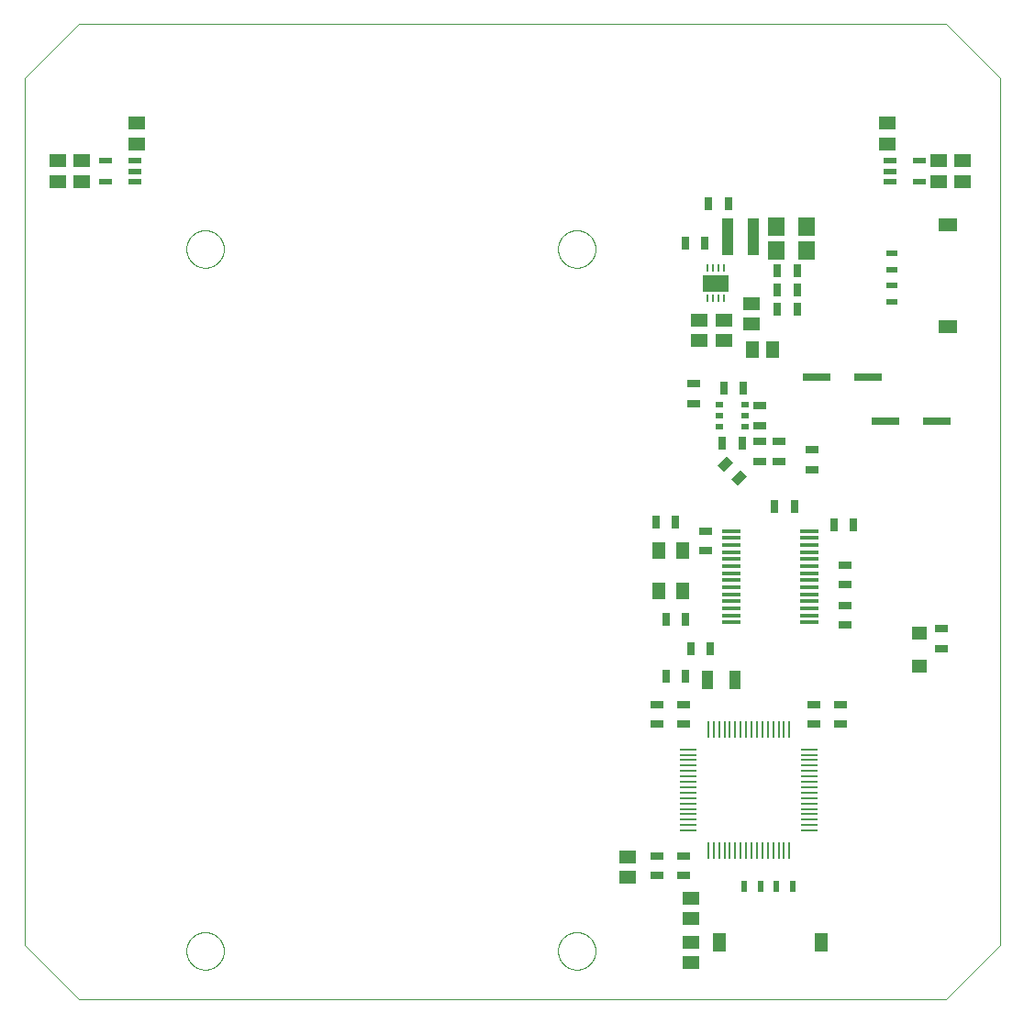
<source format=gtp>
G75*
%MOIN*%
%OFA0B0*%
%FSLAX25Y25*%
%IPPOS*%
%LPD*%
%AMOC8*
5,1,8,0,0,1.08239X$1,22.5*
%
%ADD10C,0.00000*%
%ADD11R,0.06102X0.00984*%
%ADD12R,0.00984X0.06102*%
%ADD13R,0.06890X0.01575*%
%ADD14R,0.03937X0.07087*%
%ADD15R,0.04724X0.03150*%
%ADD16R,0.03150X0.04724*%
%ADD17R,0.04921X0.06299*%
%ADD18R,0.00984X0.03937*%
%ADD19R,0.03937X0.00984*%
%ADD20R,0.04724X0.02362*%
%ADD21R,0.05906X0.05118*%
%ADD22R,0.02362X0.03937*%
%ADD23R,0.04921X0.07087*%
%ADD24R,0.03937X0.02362*%
%ADD25R,0.07087X0.04921*%
%ADD26R,0.09370X0.06496*%
%ADD27R,0.00984X0.02756*%
%ADD28R,0.03858X0.13386*%
%ADD29R,0.05118X0.05906*%
%ADD30R,0.06299X0.07087*%
%ADD31R,0.02756X0.02000*%
%ADD32R,0.10236X0.03150*%
%ADD33R,0.05512X0.04724*%
D10*
X0020685Y0001812D02*
X0335646Y0001812D01*
X0355331Y0021497D01*
X0355331Y0336458D01*
X0335646Y0356143D01*
X0020685Y0356143D01*
X0001000Y0336458D01*
X0001000Y0021497D01*
X0020685Y0001812D01*
X0059855Y0019497D02*
X0059857Y0019664D01*
X0059863Y0019830D01*
X0059873Y0019997D01*
X0059888Y0020163D01*
X0059906Y0020328D01*
X0059929Y0020493D01*
X0059955Y0020658D01*
X0059985Y0020822D01*
X0060020Y0020985D01*
X0060059Y0021147D01*
X0060101Y0021308D01*
X0060147Y0021468D01*
X0060198Y0021627D01*
X0060252Y0021785D01*
X0060310Y0021941D01*
X0060372Y0022096D01*
X0060438Y0022249D01*
X0060507Y0022401D01*
X0060580Y0022550D01*
X0060657Y0022698D01*
X0060737Y0022844D01*
X0060821Y0022988D01*
X0060909Y0023130D01*
X0060999Y0023270D01*
X0061094Y0023407D01*
X0061191Y0023542D01*
X0061292Y0023675D01*
X0061396Y0023805D01*
X0061504Y0023933D01*
X0061614Y0024058D01*
X0061728Y0024180D01*
X0061844Y0024299D01*
X0061963Y0024415D01*
X0062085Y0024529D01*
X0062210Y0024639D01*
X0062338Y0024747D01*
X0062468Y0024851D01*
X0062601Y0024952D01*
X0062736Y0025049D01*
X0062873Y0025144D01*
X0063013Y0025234D01*
X0063155Y0025322D01*
X0063299Y0025406D01*
X0063445Y0025486D01*
X0063593Y0025563D01*
X0063742Y0025636D01*
X0063894Y0025705D01*
X0064047Y0025771D01*
X0064202Y0025833D01*
X0064358Y0025891D01*
X0064516Y0025945D01*
X0064675Y0025996D01*
X0064835Y0026042D01*
X0064996Y0026084D01*
X0065158Y0026123D01*
X0065321Y0026158D01*
X0065485Y0026188D01*
X0065650Y0026214D01*
X0065815Y0026237D01*
X0065980Y0026255D01*
X0066146Y0026270D01*
X0066313Y0026280D01*
X0066479Y0026286D01*
X0066646Y0026288D01*
X0066813Y0026286D01*
X0066979Y0026280D01*
X0067146Y0026270D01*
X0067312Y0026255D01*
X0067477Y0026237D01*
X0067642Y0026214D01*
X0067807Y0026188D01*
X0067971Y0026158D01*
X0068134Y0026123D01*
X0068296Y0026084D01*
X0068457Y0026042D01*
X0068617Y0025996D01*
X0068776Y0025945D01*
X0068934Y0025891D01*
X0069090Y0025833D01*
X0069245Y0025771D01*
X0069398Y0025705D01*
X0069550Y0025636D01*
X0069699Y0025563D01*
X0069847Y0025486D01*
X0069993Y0025406D01*
X0070137Y0025322D01*
X0070279Y0025234D01*
X0070419Y0025144D01*
X0070556Y0025049D01*
X0070691Y0024952D01*
X0070824Y0024851D01*
X0070954Y0024747D01*
X0071082Y0024639D01*
X0071207Y0024529D01*
X0071329Y0024415D01*
X0071448Y0024299D01*
X0071564Y0024180D01*
X0071678Y0024058D01*
X0071788Y0023933D01*
X0071896Y0023805D01*
X0072000Y0023675D01*
X0072101Y0023542D01*
X0072198Y0023407D01*
X0072293Y0023270D01*
X0072383Y0023130D01*
X0072471Y0022988D01*
X0072555Y0022844D01*
X0072635Y0022698D01*
X0072712Y0022550D01*
X0072785Y0022401D01*
X0072854Y0022249D01*
X0072920Y0022096D01*
X0072982Y0021941D01*
X0073040Y0021785D01*
X0073094Y0021627D01*
X0073145Y0021468D01*
X0073191Y0021308D01*
X0073233Y0021147D01*
X0073272Y0020985D01*
X0073307Y0020822D01*
X0073337Y0020658D01*
X0073363Y0020493D01*
X0073386Y0020328D01*
X0073404Y0020163D01*
X0073419Y0019997D01*
X0073429Y0019830D01*
X0073435Y0019664D01*
X0073437Y0019497D01*
X0073435Y0019330D01*
X0073429Y0019164D01*
X0073419Y0018997D01*
X0073404Y0018831D01*
X0073386Y0018666D01*
X0073363Y0018501D01*
X0073337Y0018336D01*
X0073307Y0018172D01*
X0073272Y0018009D01*
X0073233Y0017847D01*
X0073191Y0017686D01*
X0073145Y0017526D01*
X0073094Y0017367D01*
X0073040Y0017209D01*
X0072982Y0017053D01*
X0072920Y0016898D01*
X0072854Y0016745D01*
X0072785Y0016593D01*
X0072712Y0016444D01*
X0072635Y0016296D01*
X0072555Y0016150D01*
X0072471Y0016006D01*
X0072383Y0015864D01*
X0072293Y0015724D01*
X0072198Y0015587D01*
X0072101Y0015452D01*
X0072000Y0015319D01*
X0071896Y0015189D01*
X0071788Y0015061D01*
X0071678Y0014936D01*
X0071564Y0014814D01*
X0071448Y0014695D01*
X0071329Y0014579D01*
X0071207Y0014465D01*
X0071082Y0014355D01*
X0070954Y0014247D01*
X0070824Y0014143D01*
X0070691Y0014042D01*
X0070556Y0013945D01*
X0070419Y0013850D01*
X0070279Y0013760D01*
X0070137Y0013672D01*
X0069993Y0013588D01*
X0069847Y0013508D01*
X0069699Y0013431D01*
X0069550Y0013358D01*
X0069398Y0013289D01*
X0069245Y0013223D01*
X0069090Y0013161D01*
X0068934Y0013103D01*
X0068776Y0013049D01*
X0068617Y0012998D01*
X0068457Y0012952D01*
X0068296Y0012910D01*
X0068134Y0012871D01*
X0067971Y0012836D01*
X0067807Y0012806D01*
X0067642Y0012780D01*
X0067477Y0012757D01*
X0067312Y0012739D01*
X0067146Y0012724D01*
X0066979Y0012714D01*
X0066813Y0012708D01*
X0066646Y0012706D01*
X0066479Y0012708D01*
X0066313Y0012714D01*
X0066146Y0012724D01*
X0065980Y0012739D01*
X0065815Y0012757D01*
X0065650Y0012780D01*
X0065485Y0012806D01*
X0065321Y0012836D01*
X0065158Y0012871D01*
X0064996Y0012910D01*
X0064835Y0012952D01*
X0064675Y0012998D01*
X0064516Y0013049D01*
X0064358Y0013103D01*
X0064202Y0013161D01*
X0064047Y0013223D01*
X0063894Y0013289D01*
X0063742Y0013358D01*
X0063593Y0013431D01*
X0063445Y0013508D01*
X0063299Y0013588D01*
X0063155Y0013672D01*
X0063013Y0013760D01*
X0062873Y0013850D01*
X0062736Y0013945D01*
X0062601Y0014042D01*
X0062468Y0014143D01*
X0062338Y0014247D01*
X0062210Y0014355D01*
X0062085Y0014465D01*
X0061963Y0014579D01*
X0061844Y0014695D01*
X0061728Y0014814D01*
X0061614Y0014936D01*
X0061504Y0015061D01*
X0061396Y0015189D01*
X0061292Y0015319D01*
X0061191Y0015452D01*
X0061094Y0015587D01*
X0060999Y0015724D01*
X0060909Y0015864D01*
X0060821Y0016006D01*
X0060737Y0016150D01*
X0060657Y0016296D01*
X0060580Y0016444D01*
X0060507Y0016593D01*
X0060438Y0016745D01*
X0060372Y0016898D01*
X0060310Y0017053D01*
X0060252Y0017209D01*
X0060198Y0017367D01*
X0060147Y0017526D01*
X0060101Y0017686D01*
X0060059Y0017847D01*
X0060020Y0018009D01*
X0059985Y0018172D01*
X0059955Y0018336D01*
X0059929Y0018501D01*
X0059906Y0018666D01*
X0059888Y0018831D01*
X0059873Y0018997D01*
X0059863Y0019164D01*
X0059857Y0019330D01*
X0059855Y0019497D01*
X0194855Y0019497D02*
X0194857Y0019664D01*
X0194863Y0019830D01*
X0194873Y0019997D01*
X0194888Y0020163D01*
X0194906Y0020328D01*
X0194929Y0020493D01*
X0194955Y0020658D01*
X0194985Y0020822D01*
X0195020Y0020985D01*
X0195059Y0021147D01*
X0195101Y0021308D01*
X0195147Y0021468D01*
X0195198Y0021627D01*
X0195252Y0021785D01*
X0195310Y0021941D01*
X0195372Y0022096D01*
X0195438Y0022249D01*
X0195507Y0022401D01*
X0195580Y0022550D01*
X0195657Y0022698D01*
X0195737Y0022844D01*
X0195821Y0022988D01*
X0195909Y0023130D01*
X0195999Y0023270D01*
X0196094Y0023407D01*
X0196191Y0023542D01*
X0196292Y0023675D01*
X0196396Y0023805D01*
X0196504Y0023933D01*
X0196614Y0024058D01*
X0196728Y0024180D01*
X0196844Y0024299D01*
X0196963Y0024415D01*
X0197085Y0024529D01*
X0197210Y0024639D01*
X0197338Y0024747D01*
X0197468Y0024851D01*
X0197601Y0024952D01*
X0197736Y0025049D01*
X0197873Y0025144D01*
X0198013Y0025234D01*
X0198155Y0025322D01*
X0198299Y0025406D01*
X0198445Y0025486D01*
X0198593Y0025563D01*
X0198742Y0025636D01*
X0198894Y0025705D01*
X0199047Y0025771D01*
X0199202Y0025833D01*
X0199358Y0025891D01*
X0199516Y0025945D01*
X0199675Y0025996D01*
X0199835Y0026042D01*
X0199996Y0026084D01*
X0200158Y0026123D01*
X0200321Y0026158D01*
X0200485Y0026188D01*
X0200650Y0026214D01*
X0200815Y0026237D01*
X0200980Y0026255D01*
X0201146Y0026270D01*
X0201313Y0026280D01*
X0201479Y0026286D01*
X0201646Y0026288D01*
X0201813Y0026286D01*
X0201979Y0026280D01*
X0202146Y0026270D01*
X0202312Y0026255D01*
X0202477Y0026237D01*
X0202642Y0026214D01*
X0202807Y0026188D01*
X0202971Y0026158D01*
X0203134Y0026123D01*
X0203296Y0026084D01*
X0203457Y0026042D01*
X0203617Y0025996D01*
X0203776Y0025945D01*
X0203934Y0025891D01*
X0204090Y0025833D01*
X0204245Y0025771D01*
X0204398Y0025705D01*
X0204550Y0025636D01*
X0204699Y0025563D01*
X0204847Y0025486D01*
X0204993Y0025406D01*
X0205137Y0025322D01*
X0205279Y0025234D01*
X0205419Y0025144D01*
X0205556Y0025049D01*
X0205691Y0024952D01*
X0205824Y0024851D01*
X0205954Y0024747D01*
X0206082Y0024639D01*
X0206207Y0024529D01*
X0206329Y0024415D01*
X0206448Y0024299D01*
X0206564Y0024180D01*
X0206678Y0024058D01*
X0206788Y0023933D01*
X0206896Y0023805D01*
X0207000Y0023675D01*
X0207101Y0023542D01*
X0207198Y0023407D01*
X0207293Y0023270D01*
X0207383Y0023130D01*
X0207471Y0022988D01*
X0207555Y0022844D01*
X0207635Y0022698D01*
X0207712Y0022550D01*
X0207785Y0022401D01*
X0207854Y0022249D01*
X0207920Y0022096D01*
X0207982Y0021941D01*
X0208040Y0021785D01*
X0208094Y0021627D01*
X0208145Y0021468D01*
X0208191Y0021308D01*
X0208233Y0021147D01*
X0208272Y0020985D01*
X0208307Y0020822D01*
X0208337Y0020658D01*
X0208363Y0020493D01*
X0208386Y0020328D01*
X0208404Y0020163D01*
X0208419Y0019997D01*
X0208429Y0019830D01*
X0208435Y0019664D01*
X0208437Y0019497D01*
X0208435Y0019330D01*
X0208429Y0019164D01*
X0208419Y0018997D01*
X0208404Y0018831D01*
X0208386Y0018666D01*
X0208363Y0018501D01*
X0208337Y0018336D01*
X0208307Y0018172D01*
X0208272Y0018009D01*
X0208233Y0017847D01*
X0208191Y0017686D01*
X0208145Y0017526D01*
X0208094Y0017367D01*
X0208040Y0017209D01*
X0207982Y0017053D01*
X0207920Y0016898D01*
X0207854Y0016745D01*
X0207785Y0016593D01*
X0207712Y0016444D01*
X0207635Y0016296D01*
X0207555Y0016150D01*
X0207471Y0016006D01*
X0207383Y0015864D01*
X0207293Y0015724D01*
X0207198Y0015587D01*
X0207101Y0015452D01*
X0207000Y0015319D01*
X0206896Y0015189D01*
X0206788Y0015061D01*
X0206678Y0014936D01*
X0206564Y0014814D01*
X0206448Y0014695D01*
X0206329Y0014579D01*
X0206207Y0014465D01*
X0206082Y0014355D01*
X0205954Y0014247D01*
X0205824Y0014143D01*
X0205691Y0014042D01*
X0205556Y0013945D01*
X0205419Y0013850D01*
X0205279Y0013760D01*
X0205137Y0013672D01*
X0204993Y0013588D01*
X0204847Y0013508D01*
X0204699Y0013431D01*
X0204550Y0013358D01*
X0204398Y0013289D01*
X0204245Y0013223D01*
X0204090Y0013161D01*
X0203934Y0013103D01*
X0203776Y0013049D01*
X0203617Y0012998D01*
X0203457Y0012952D01*
X0203296Y0012910D01*
X0203134Y0012871D01*
X0202971Y0012836D01*
X0202807Y0012806D01*
X0202642Y0012780D01*
X0202477Y0012757D01*
X0202312Y0012739D01*
X0202146Y0012724D01*
X0201979Y0012714D01*
X0201813Y0012708D01*
X0201646Y0012706D01*
X0201479Y0012708D01*
X0201313Y0012714D01*
X0201146Y0012724D01*
X0200980Y0012739D01*
X0200815Y0012757D01*
X0200650Y0012780D01*
X0200485Y0012806D01*
X0200321Y0012836D01*
X0200158Y0012871D01*
X0199996Y0012910D01*
X0199835Y0012952D01*
X0199675Y0012998D01*
X0199516Y0013049D01*
X0199358Y0013103D01*
X0199202Y0013161D01*
X0199047Y0013223D01*
X0198894Y0013289D01*
X0198742Y0013358D01*
X0198593Y0013431D01*
X0198445Y0013508D01*
X0198299Y0013588D01*
X0198155Y0013672D01*
X0198013Y0013760D01*
X0197873Y0013850D01*
X0197736Y0013945D01*
X0197601Y0014042D01*
X0197468Y0014143D01*
X0197338Y0014247D01*
X0197210Y0014355D01*
X0197085Y0014465D01*
X0196963Y0014579D01*
X0196844Y0014695D01*
X0196728Y0014814D01*
X0196614Y0014936D01*
X0196504Y0015061D01*
X0196396Y0015189D01*
X0196292Y0015319D01*
X0196191Y0015452D01*
X0196094Y0015587D01*
X0195999Y0015724D01*
X0195909Y0015864D01*
X0195821Y0016006D01*
X0195737Y0016150D01*
X0195657Y0016296D01*
X0195580Y0016444D01*
X0195507Y0016593D01*
X0195438Y0016745D01*
X0195372Y0016898D01*
X0195310Y0017053D01*
X0195252Y0017209D01*
X0195198Y0017367D01*
X0195147Y0017526D01*
X0195101Y0017686D01*
X0195059Y0017847D01*
X0195020Y0018009D01*
X0194985Y0018172D01*
X0194955Y0018336D01*
X0194929Y0018501D01*
X0194906Y0018666D01*
X0194888Y0018831D01*
X0194873Y0018997D01*
X0194863Y0019164D01*
X0194857Y0019330D01*
X0194855Y0019497D01*
X0194855Y0274497D02*
X0194857Y0274664D01*
X0194863Y0274830D01*
X0194873Y0274997D01*
X0194888Y0275163D01*
X0194906Y0275328D01*
X0194929Y0275493D01*
X0194955Y0275658D01*
X0194985Y0275822D01*
X0195020Y0275985D01*
X0195059Y0276147D01*
X0195101Y0276308D01*
X0195147Y0276468D01*
X0195198Y0276627D01*
X0195252Y0276785D01*
X0195310Y0276941D01*
X0195372Y0277096D01*
X0195438Y0277249D01*
X0195507Y0277401D01*
X0195580Y0277550D01*
X0195657Y0277698D01*
X0195737Y0277844D01*
X0195821Y0277988D01*
X0195909Y0278130D01*
X0195999Y0278270D01*
X0196094Y0278407D01*
X0196191Y0278542D01*
X0196292Y0278675D01*
X0196396Y0278805D01*
X0196504Y0278933D01*
X0196614Y0279058D01*
X0196728Y0279180D01*
X0196844Y0279299D01*
X0196963Y0279415D01*
X0197085Y0279529D01*
X0197210Y0279639D01*
X0197338Y0279747D01*
X0197468Y0279851D01*
X0197601Y0279952D01*
X0197736Y0280049D01*
X0197873Y0280144D01*
X0198013Y0280234D01*
X0198155Y0280322D01*
X0198299Y0280406D01*
X0198445Y0280486D01*
X0198593Y0280563D01*
X0198742Y0280636D01*
X0198894Y0280705D01*
X0199047Y0280771D01*
X0199202Y0280833D01*
X0199358Y0280891D01*
X0199516Y0280945D01*
X0199675Y0280996D01*
X0199835Y0281042D01*
X0199996Y0281084D01*
X0200158Y0281123D01*
X0200321Y0281158D01*
X0200485Y0281188D01*
X0200650Y0281214D01*
X0200815Y0281237D01*
X0200980Y0281255D01*
X0201146Y0281270D01*
X0201313Y0281280D01*
X0201479Y0281286D01*
X0201646Y0281288D01*
X0201813Y0281286D01*
X0201979Y0281280D01*
X0202146Y0281270D01*
X0202312Y0281255D01*
X0202477Y0281237D01*
X0202642Y0281214D01*
X0202807Y0281188D01*
X0202971Y0281158D01*
X0203134Y0281123D01*
X0203296Y0281084D01*
X0203457Y0281042D01*
X0203617Y0280996D01*
X0203776Y0280945D01*
X0203934Y0280891D01*
X0204090Y0280833D01*
X0204245Y0280771D01*
X0204398Y0280705D01*
X0204550Y0280636D01*
X0204699Y0280563D01*
X0204847Y0280486D01*
X0204993Y0280406D01*
X0205137Y0280322D01*
X0205279Y0280234D01*
X0205419Y0280144D01*
X0205556Y0280049D01*
X0205691Y0279952D01*
X0205824Y0279851D01*
X0205954Y0279747D01*
X0206082Y0279639D01*
X0206207Y0279529D01*
X0206329Y0279415D01*
X0206448Y0279299D01*
X0206564Y0279180D01*
X0206678Y0279058D01*
X0206788Y0278933D01*
X0206896Y0278805D01*
X0207000Y0278675D01*
X0207101Y0278542D01*
X0207198Y0278407D01*
X0207293Y0278270D01*
X0207383Y0278130D01*
X0207471Y0277988D01*
X0207555Y0277844D01*
X0207635Y0277698D01*
X0207712Y0277550D01*
X0207785Y0277401D01*
X0207854Y0277249D01*
X0207920Y0277096D01*
X0207982Y0276941D01*
X0208040Y0276785D01*
X0208094Y0276627D01*
X0208145Y0276468D01*
X0208191Y0276308D01*
X0208233Y0276147D01*
X0208272Y0275985D01*
X0208307Y0275822D01*
X0208337Y0275658D01*
X0208363Y0275493D01*
X0208386Y0275328D01*
X0208404Y0275163D01*
X0208419Y0274997D01*
X0208429Y0274830D01*
X0208435Y0274664D01*
X0208437Y0274497D01*
X0208435Y0274330D01*
X0208429Y0274164D01*
X0208419Y0273997D01*
X0208404Y0273831D01*
X0208386Y0273666D01*
X0208363Y0273501D01*
X0208337Y0273336D01*
X0208307Y0273172D01*
X0208272Y0273009D01*
X0208233Y0272847D01*
X0208191Y0272686D01*
X0208145Y0272526D01*
X0208094Y0272367D01*
X0208040Y0272209D01*
X0207982Y0272053D01*
X0207920Y0271898D01*
X0207854Y0271745D01*
X0207785Y0271593D01*
X0207712Y0271444D01*
X0207635Y0271296D01*
X0207555Y0271150D01*
X0207471Y0271006D01*
X0207383Y0270864D01*
X0207293Y0270724D01*
X0207198Y0270587D01*
X0207101Y0270452D01*
X0207000Y0270319D01*
X0206896Y0270189D01*
X0206788Y0270061D01*
X0206678Y0269936D01*
X0206564Y0269814D01*
X0206448Y0269695D01*
X0206329Y0269579D01*
X0206207Y0269465D01*
X0206082Y0269355D01*
X0205954Y0269247D01*
X0205824Y0269143D01*
X0205691Y0269042D01*
X0205556Y0268945D01*
X0205419Y0268850D01*
X0205279Y0268760D01*
X0205137Y0268672D01*
X0204993Y0268588D01*
X0204847Y0268508D01*
X0204699Y0268431D01*
X0204550Y0268358D01*
X0204398Y0268289D01*
X0204245Y0268223D01*
X0204090Y0268161D01*
X0203934Y0268103D01*
X0203776Y0268049D01*
X0203617Y0267998D01*
X0203457Y0267952D01*
X0203296Y0267910D01*
X0203134Y0267871D01*
X0202971Y0267836D01*
X0202807Y0267806D01*
X0202642Y0267780D01*
X0202477Y0267757D01*
X0202312Y0267739D01*
X0202146Y0267724D01*
X0201979Y0267714D01*
X0201813Y0267708D01*
X0201646Y0267706D01*
X0201479Y0267708D01*
X0201313Y0267714D01*
X0201146Y0267724D01*
X0200980Y0267739D01*
X0200815Y0267757D01*
X0200650Y0267780D01*
X0200485Y0267806D01*
X0200321Y0267836D01*
X0200158Y0267871D01*
X0199996Y0267910D01*
X0199835Y0267952D01*
X0199675Y0267998D01*
X0199516Y0268049D01*
X0199358Y0268103D01*
X0199202Y0268161D01*
X0199047Y0268223D01*
X0198894Y0268289D01*
X0198742Y0268358D01*
X0198593Y0268431D01*
X0198445Y0268508D01*
X0198299Y0268588D01*
X0198155Y0268672D01*
X0198013Y0268760D01*
X0197873Y0268850D01*
X0197736Y0268945D01*
X0197601Y0269042D01*
X0197468Y0269143D01*
X0197338Y0269247D01*
X0197210Y0269355D01*
X0197085Y0269465D01*
X0196963Y0269579D01*
X0196844Y0269695D01*
X0196728Y0269814D01*
X0196614Y0269936D01*
X0196504Y0270061D01*
X0196396Y0270189D01*
X0196292Y0270319D01*
X0196191Y0270452D01*
X0196094Y0270587D01*
X0195999Y0270724D01*
X0195909Y0270864D01*
X0195821Y0271006D01*
X0195737Y0271150D01*
X0195657Y0271296D01*
X0195580Y0271444D01*
X0195507Y0271593D01*
X0195438Y0271745D01*
X0195372Y0271898D01*
X0195310Y0272053D01*
X0195252Y0272209D01*
X0195198Y0272367D01*
X0195147Y0272526D01*
X0195101Y0272686D01*
X0195059Y0272847D01*
X0195020Y0273009D01*
X0194985Y0273172D01*
X0194955Y0273336D01*
X0194929Y0273501D01*
X0194906Y0273666D01*
X0194888Y0273831D01*
X0194873Y0273997D01*
X0194863Y0274164D01*
X0194857Y0274330D01*
X0194855Y0274497D01*
X0059855Y0274497D02*
X0059857Y0274664D01*
X0059863Y0274830D01*
X0059873Y0274997D01*
X0059888Y0275163D01*
X0059906Y0275328D01*
X0059929Y0275493D01*
X0059955Y0275658D01*
X0059985Y0275822D01*
X0060020Y0275985D01*
X0060059Y0276147D01*
X0060101Y0276308D01*
X0060147Y0276468D01*
X0060198Y0276627D01*
X0060252Y0276785D01*
X0060310Y0276941D01*
X0060372Y0277096D01*
X0060438Y0277249D01*
X0060507Y0277401D01*
X0060580Y0277550D01*
X0060657Y0277698D01*
X0060737Y0277844D01*
X0060821Y0277988D01*
X0060909Y0278130D01*
X0060999Y0278270D01*
X0061094Y0278407D01*
X0061191Y0278542D01*
X0061292Y0278675D01*
X0061396Y0278805D01*
X0061504Y0278933D01*
X0061614Y0279058D01*
X0061728Y0279180D01*
X0061844Y0279299D01*
X0061963Y0279415D01*
X0062085Y0279529D01*
X0062210Y0279639D01*
X0062338Y0279747D01*
X0062468Y0279851D01*
X0062601Y0279952D01*
X0062736Y0280049D01*
X0062873Y0280144D01*
X0063013Y0280234D01*
X0063155Y0280322D01*
X0063299Y0280406D01*
X0063445Y0280486D01*
X0063593Y0280563D01*
X0063742Y0280636D01*
X0063894Y0280705D01*
X0064047Y0280771D01*
X0064202Y0280833D01*
X0064358Y0280891D01*
X0064516Y0280945D01*
X0064675Y0280996D01*
X0064835Y0281042D01*
X0064996Y0281084D01*
X0065158Y0281123D01*
X0065321Y0281158D01*
X0065485Y0281188D01*
X0065650Y0281214D01*
X0065815Y0281237D01*
X0065980Y0281255D01*
X0066146Y0281270D01*
X0066313Y0281280D01*
X0066479Y0281286D01*
X0066646Y0281288D01*
X0066813Y0281286D01*
X0066979Y0281280D01*
X0067146Y0281270D01*
X0067312Y0281255D01*
X0067477Y0281237D01*
X0067642Y0281214D01*
X0067807Y0281188D01*
X0067971Y0281158D01*
X0068134Y0281123D01*
X0068296Y0281084D01*
X0068457Y0281042D01*
X0068617Y0280996D01*
X0068776Y0280945D01*
X0068934Y0280891D01*
X0069090Y0280833D01*
X0069245Y0280771D01*
X0069398Y0280705D01*
X0069550Y0280636D01*
X0069699Y0280563D01*
X0069847Y0280486D01*
X0069993Y0280406D01*
X0070137Y0280322D01*
X0070279Y0280234D01*
X0070419Y0280144D01*
X0070556Y0280049D01*
X0070691Y0279952D01*
X0070824Y0279851D01*
X0070954Y0279747D01*
X0071082Y0279639D01*
X0071207Y0279529D01*
X0071329Y0279415D01*
X0071448Y0279299D01*
X0071564Y0279180D01*
X0071678Y0279058D01*
X0071788Y0278933D01*
X0071896Y0278805D01*
X0072000Y0278675D01*
X0072101Y0278542D01*
X0072198Y0278407D01*
X0072293Y0278270D01*
X0072383Y0278130D01*
X0072471Y0277988D01*
X0072555Y0277844D01*
X0072635Y0277698D01*
X0072712Y0277550D01*
X0072785Y0277401D01*
X0072854Y0277249D01*
X0072920Y0277096D01*
X0072982Y0276941D01*
X0073040Y0276785D01*
X0073094Y0276627D01*
X0073145Y0276468D01*
X0073191Y0276308D01*
X0073233Y0276147D01*
X0073272Y0275985D01*
X0073307Y0275822D01*
X0073337Y0275658D01*
X0073363Y0275493D01*
X0073386Y0275328D01*
X0073404Y0275163D01*
X0073419Y0274997D01*
X0073429Y0274830D01*
X0073435Y0274664D01*
X0073437Y0274497D01*
X0073435Y0274330D01*
X0073429Y0274164D01*
X0073419Y0273997D01*
X0073404Y0273831D01*
X0073386Y0273666D01*
X0073363Y0273501D01*
X0073337Y0273336D01*
X0073307Y0273172D01*
X0073272Y0273009D01*
X0073233Y0272847D01*
X0073191Y0272686D01*
X0073145Y0272526D01*
X0073094Y0272367D01*
X0073040Y0272209D01*
X0072982Y0272053D01*
X0072920Y0271898D01*
X0072854Y0271745D01*
X0072785Y0271593D01*
X0072712Y0271444D01*
X0072635Y0271296D01*
X0072555Y0271150D01*
X0072471Y0271006D01*
X0072383Y0270864D01*
X0072293Y0270724D01*
X0072198Y0270587D01*
X0072101Y0270452D01*
X0072000Y0270319D01*
X0071896Y0270189D01*
X0071788Y0270061D01*
X0071678Y0269936D01*
X0071564Y0269814D01*
X0071448Y0269695D01*
X0071329Y0269579D01*
X0071207Y0269465D01*
X0071082Y0269355D01*
X0070954Y0269247D01*
X0070824Y0269143D01*
X0070691Y0269042D01*
X0070556Y0268945D01*
X0070419Y0268850D01*
X0070279Y0268760D01*
X0070137Y0268672D01*
X0069993Y0268588D01*
X0069847Y0268508D01*
X0069699Y0268431D01*
X0069550Y0268358D01*
X0069398Y0268289D01*
X0069245Y0268223D01*
X0069090Y0268161D01*
X0068934Y0268103D01*
X0068776Y0268049D01*
X0068617Y0267998D01*
X0068457Y0267952D01*
X0068296Y0267910D01*
X0068134Y0267871D01*
X0067971Y0267836D01*
X0067807Y0267806D01*
X0067642Y0267780D01*
X0067477Y0267757D01*
X0067312Y0267739D01*
X0067146Y0267724D01*
X0066979Y0267714D01*
X0066813Y0267708D01*
X0066646Y0267706D01*
X0066479Y0267708D01*
X0066313Y0267714D01*
X0066146Y0267724D01*
X0065980Y0267739D01*
X0065815Y0267757D01*
X0065650Y0267780D01*
X0065485Y0267806D01*
X0065321Y0267836D01*
X0065158Y0267871D01*
X0064996Y0267910D01*
X0064835Y0267952D01*
X0064675Y0267998D01*
X0064516Y0268049D01*
X0064358Y0268103D01*
X0064202Y0268161D01*
X0064047Y0268223D01*
X0063894Y0268289D01*
X0063742Y0268358D01*
X0063593Y0268431D01*
X0063445Y0268508D01*
X0063299Y0268588D01*
X0063155Y0268672D01*
X0063013Y0268760D01*
X0062873Y0268850D01*
X0062736Y0268945D01*
X0062601Y0269042D01*
X0062468Y0269143D01*
X0062338Y0269247D01*
X0062210Y0269355D01*
X0062085Y0269465D01*
X0061963Y0269579D01*
X0061844Y0269695D01*
X0061728Y0269814D01*
X0061614Y0269936D01*
X0061504Y0270061D01*
X0061396Y0270189D01*
X0061292Y0270319D01*
X0061191Y0270452D01*
X0061094Y0270587D01*
X0060999Y0270724D01*
X0060909Y0270864D01*
X0060821Y0271006D01*
X0060737Y0271150D01*
X0060657Y0271296D01*
X0060580Y0271444D01*
X0060507Y0271593D01*
X0060438Y0271745D01*
X0060372Y0271898D01*
X0060310Y0272053D01*
X0060252Y0272209D01*
X0060198Y0272367D01*
X0060147Y0272526D01*
X0060101Y0272686D01*
X0060059Y0272847D01*
X0060020Y0273009D01*
X0059985Y0273172D01*
X0059955Y0273336D01*
X0059929Y0273501D01*
X0059906Y0273666D01*
X0059888Y0273831D01*
X0059873Y0273997D01*
X0059863Y0274164D01*
X0059857Y0274330D01*
X0059855Y0274497D01*
D11*
X0242118Y0092741D03*
X0242118Y0090773D03*
X0242118Y0088804D03*
X0242118Y0086836D03*
X0242118Y0084867D03*
X0242118Y0082899D03*
X0242118Y0080930D03*
X0242118Y0078962D03*
X0242118Y0076993D03*
X0242118Y0075025D03*
X0242118Y0073056D03*
X0242118Y0071088D03*
X0242118Y0069119D03*
X0242118Y0067151D03*
X0242118Y0065182D03*
X0242118Y0063214D03*
X0286213Y0063214D03*
X0286213Y0065182D03*
X0286213Y0067151D03*
X0286213Y0069119D03*
X0286213Y0071088D03*
X0286213Y0073056D03*
X0286213Y0075025D03*
X0286213Y0076993D03*
X0286213Y0078962D03*
X0286213Y0080930D03*
X0286213Y0082899D03*
X0286213Y0084867D03*
X0286213Y0086836D03*
X0286213Y0088804D03*
X0286213Y0090773D03*
X0286213Y0092741D03*
D12*
X0278929Y0100025D03*
X0276961Y0100025D03*
X0274992Y0100025D03*
X0273024Y0100025D03*
X0271055Y0100025D03*
X0269087Y0100025D03*
X0267118Y0100025D03*
X0265150Y0100025D03*
X0263181Y0100025D03*
X0261213Y0100025D03*
X0259244Y0100025D03*
X0257276Y0100025D03*
X0255307Y0100025D03*
X0253339Y0100025D03*
X0251370Y0100025D03*
X0249402Y0100025D03*
X0249402Y0055930D03*
X0251370Y0055930D03*
X0253339Y0055930D03*
X0255307Y0055930D03*
X0257276Y0055930D03*
X0259244Y0055930D03*
X0261213Y0055930D03*
X0263181Y0055930D03*
X0265150Y0055930D03*
X0267118Y0055930D03*
X0269087Y0055930D03*
X0271055Y0055930D03*
X0273024Y0055930D03*
X0274992Y0055930D03*
X0276961Y0055930D03*
X0278929Y0055930D03*
D13*
X0286213Y0138844D03*
X0286213Y0141403D03*
X0286213Y0143962D03*
X0286213Y0146521D03*
X0286213Y0149080D03*
X0286213Y0151639D03*
X0286213Y0154198D03*
X0286213Y0156757D03*
X0286213Y0159316D03*
X0286213Y0161875D03*
X0286213Y0164434D03*
X0286213Y0166993D03*
X0286213Y0169553D03*
X0286213Y0172112D03*
X0257866Y0172112D03*
X0257866Y0169553D03*
X0257866Y0166993D03*
X0257866Y0164434D03*
X0257866Y0161875D03*
X0257866Y0159316D03*
X0257866Y0156757D03*
X0257866Y0154198D03*
X0257866Y0151639D03*
X0257866Y0149080D03*
X0257866Y0146521D03*
X0257866Y0143962D03*
X0257866Y0141403D03*
X0257866Y0138844D03*
D14*
X0259087Y0117978D03*
X0249244Y0117978D03*
D15*
X0240543Y0109001D03*
X0240543Y0101915D03*
X0230701Y0101915D03*
X0230701Y0109001D03*
X0230701Y0054041D03*
X0230701Y0046954D03*
X0240543Y0046954D03*
X0240543Y0054041D03*
X0287787Y0101915D03*
X0287787Y0109001D03*
X0297630Y0109001D03*
X0297630Y0101915D03*
X0299106Y0137997D03*
X0299106Y0145084D03*
X0299106Y0152604D03*
X0299106Y0159690D03*
X0334165Y0136521D03*
X0334165Y0129434D03*
X0287165Y0194434D03*
X0287165Y0201521D03*
X0275165Y0204521D03*
X0268165Y0204521D03*
X0268165Y0210434D03*
X0268165Y0217521D03*
X0268165Y0197434D03*
X0275165Y0197434D03*
X0248516Y0172092D03*
X0248516Y0165005D03*
X0244165Y0218434D03*
X0244165Y0225521D03*
D16*
X0255122Y0223978D03*
X0262209Y0223978D03*
X0261709Y0203978D03*
X0254622Y0203978D03*
G36*
X0255104Y0193700D02*
X0252877Y0195927D01*
X0256216Y0199266D01*
X0258443Y0197039D01*
X0255104Y0193700D01*
G37*
G36*
X0260115Y0188689D02*
X0257888Y0190916D01*
X0261227Y0194255D01*
X0263454Y0192028D01*
X0260115Y0188689D01*
G37*
X0273622Y0180978D03*
X0280709Y0180978D03*
X0294992Y0174434D03*
X0302079Y0174434D03*
X0250071Y0129159D03*
X0242984Y0129159D03*
X0241213Y0119316D03*
X0234126Y0119316D03*
X0234126Y0139986D03*
X0241213Y0139986D03*
X0237610Y0175419D03*
X0230524Y0175419D03*
X0274622Y0252478D03*
X0274622Y0259478D03*
X0274622Y0266478D03*
X0281709Y0266478D03*
X0281709Y0259478D03*
X0281709Y0252478D03*
X0248209Y0276478D03*
X0241122Y0276478D03*
X0249622Y0290978D03*
X0256709Y0290978D03*
D17*
X0240031Y0164907D03*
X0231370Y0164907D03*
X0231370Y0150340D03*
X0240031Y0150340D03*
D18*
X0294283Y0174434D03*
D19*
X0299106Y0152289D03*
X0297635Y0101145D03*
X0230770Y0101223D03*
X0230570Y0054504D03*
X0248516Y0164690D03*
D20*
X0315350Y0298988D03*
X0315350Y0302728D03*
X0315350Y0306468D03*
X0325980Y0306468D03*
X0325980Y0298988D03*
X0040980Y0298988D03*
X0040980Y0302728D03*
X0040980Y0306468D03*
X0030350Y0306468D03*
X0030350Y0298988D03*
D21*
X0021915Y0298988D03*
X0021915Y0306468D03*
X0013165Y0306468D03*
X0013165Y0298988D03*
X0041915Y0312738D03*
X0041915Y0320218D03*
X0246165Y0248718D03*
X0246165Y0241238D03*
X0255165Y0241238D03*
X0255165Y0248718D03*
X0265165Y0247238D03*
X0265165Y0254718D03*
X0314415Y0312738D03*
X0314415Y0320218D03*
X0333165Y0306468D03*
X0333165Y0298988D03*
X0341915Y0298988D03*
X0341915Y0306468D03*
X0220165Y0053718D03*
X0220165Y0046238D03*
X0243165Y0038718D03*
X0243165Y0031238D03*
X0243165Y0022718D03*
X0243165Y0015238D03*
D22*
X0262449Y0042978D03*
X0268354Y0042978D03*
X0274260Y0042978D03*
X0280165Y0042978D03*
D23*
X0290421Y0022505D03*
X0253374Y0022505D03*
D24*
X0316165Y0255261D03*
X0316165Y0261167D03*
X0316165Y0267072D03*
X0316165Y0272978D03*
D25*
X0336638Y0283234D03*
X0336638Y0246186D03*
D26*
X0252165Y0261978D03*
D27*
X0251181Y0267490D03*
X0249213Y0267490D03*
X0253150Y0267490D03*
X0255118Y0267490D03*
X0255118Y0256466D03*
X0253150Y0256466D03*
X0251181Y0256466D03*
X0249213Y0256466D03*
D28*
X0256500Y0278978D03*
X0265831Y0278978D03*
D29*
X0265425Y0237978D03*
X0272906Y0237978D03*
D30*
X0274154Y0273978D03*
X0274154Y0282478D03*
X0285177Y0282478D03*
X0285177Y0273978D03*
D31*
X0262740Y0217915D03*
X0262740Y0213978D03*
X0262740Y0210041D03*
X0253591Y0210041D03*
X0253591Y0213978D03*
X0253591Y0217915D03*
D32*
X0288717Y0227978D03*
X0307614Y0227978D03*
X0313717Y0211978D03*
X0332614Y0211978D03*
D33*
X0326165Y0134883D03*
X0326165Y0123072D03*
M02*

</source>
